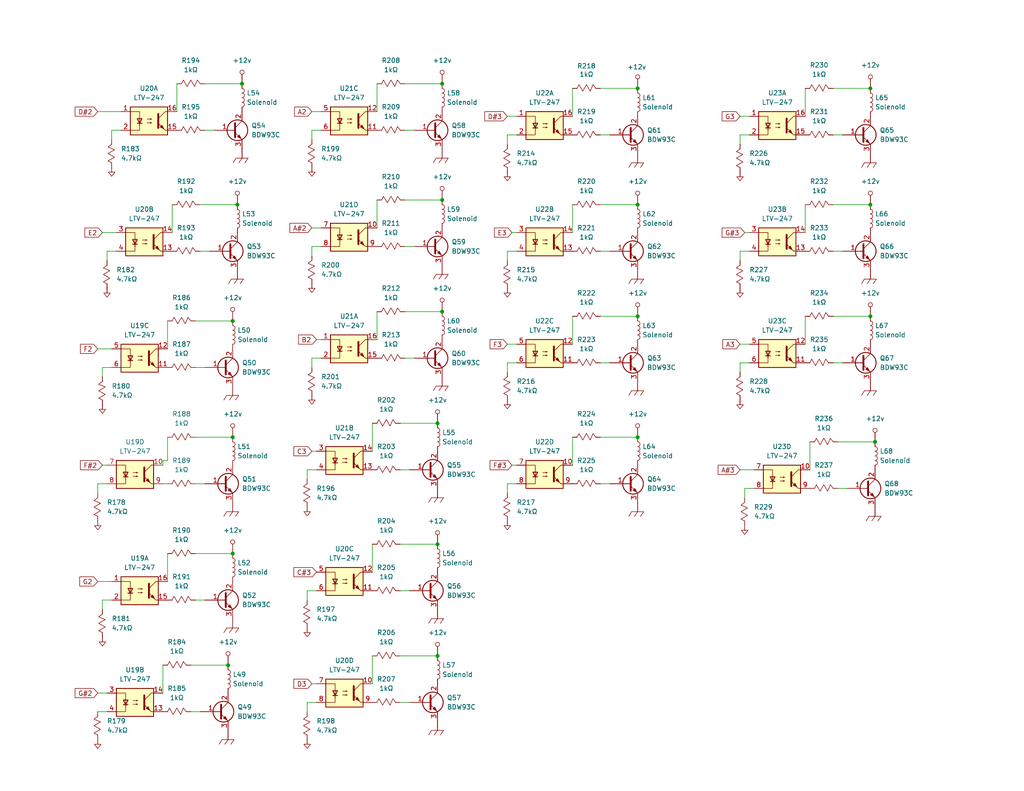
<source format=kicad_sch>
(kicad_sch (version 20231120) (generator "eeschema") (generator_version "8.0")
  (paper "A")
  (junction (at 237.49 24.13))
  (junction (at 119.38 179.07))
  (junction (at 63.5 119.38))
  (junction (at 237.49 55.88))
  (junction (at 119.38 115.57))
  (junction (at 119.38 148.59))
  (junction (at 238.76 120.65))
  (junction (at 173.99 119.38))
  (junction (at 237.49 86.36))
  (junction (at 62.23 181.61))
  (junction (at 63.5 151.13))
  (junction (at 66.04 22.86))
  (junction (at 120.65 54.61))
  (junction (at 173.99 86.36))
  (junction (at 120.65 85.09))
  (junction (at 173.99 24.13))
  (junction (at 120.65 22.86))
  (junction (at 64.77 55.88))
  (junction (at 173.99 55.88))
  (junction (at 63.5 87.63))
  (wire (pts (xy 204.47 99.06) (xy 201.93 99.06)))
  (wire (pts (xy 26.67 30.48) (xy 33.02 30.48)))
  (wire (pts (xy 227.33 99.06) (xy 229.87 99.06)))
  (wire (pts (xy 27.94 63.5) (xy 31.75 63.5)))
  (wire (pts (xy 203.2 133.35) (xy 203.2 135.89)))
  (wire (pts (xy 85.09 67.31) (xy 85.09 69.85)))
  (wire (pts (xy 156.21 55.88) (xy 156.21 63.5)))
  (wire (pts (xy 85.09 123.19) (xy 86.36 123.19)))
  (wire (pts (xy 204.47 36.83) (xy 201.93 36.83)))
  (wire (pts (xy 29.21 68.58) (xy 29.21 71.12)))
  (wire (pts (xy 138.43 68.58) (xy 138.43 71.12)))
  (wire (pts (xy 53.34 119.38) (xy 63.5 119.38)))
  (wire (pts (xy 205.74 133.35) (xy 203.2 133.35)))
  (wire (pts (xy 227.33 86.36) (xy 237.49 86.36)))
  (wire (pts (xy 204.47 68.58) (xy 201.93 68.58)))
  (wire (pts (xy 227.33 68.58) (xy 229.87 68.58)))
  (wire (pts (xy 85.09 35.56) (xy 85.09 38.1)))
  (wire (pts (xy 201.93 93.98) (xy 204.47 93.98)))
  (wire (pts (xy 138.43 99.06) (xy 138.43 101.6)))
  (wire (pts (xy 139.7 63.5) (xy 140.97 63.5)))
  (wire (pts (xy 219.71 55.88) (xy 219.71 63.5)))
  (wire (pts (xy 102.87 22.86) (xy 102.87 30.48)))
  (wire (pts (xy 219.71 86.36) (xy 219.71 93.98)))
  (wire (pts (xy 219.71 24.13) (xy 219.71 31.75)))
  (wire (pts (xy 163.83 86.36) (xy 173.99 86.36)))
  (wire (pts (xy 228.6 120.65) (xy 238.76 120.65)))
  (wire (pts (xy 110.49 85.09) (xy 120.65 85.09)))
  (wire (pts (xy 85.09 186.69) (xy 86.36 186.69)))
  (wire (pts (xy 102.87 54.61) (xy 102.87 62.23)))
  (wire (pts (xy 85.09 97.79) (xy 85.09 100.33)))
  (wire (pts (xy 140.97 36.83) (xy 138.43 36.83)))
  (wire (pts (xy 86.36 191.77) (xy 83.82 191.77)))
  (wire (pts (xy 55.88 22.86) (xy 66.04 22.86)))
  (wire (pts (xy 163.83 68.58) (xy 166.37 68.58)))
  (wire (pts (xy 29.21 132.08) (xy 26.67 132.08)))
  (wire (pts (xy 163.83 24.13) (xy 173.99 24.13)))
  (wire (pts (xy 53.34 100.33) (xy 55.88 100.33)))
  (wire (pts (xy 109.22 115.57) (xy 119.38 115.57)))
  (wire (pts (xy 110.49 35.56) (xy 113.03 35.56)))
  (wire (pts (xy 201.93 36.83) (xy 201.93 39.37)))
  (wire (pts (xy 163.83 132.08) (xy 166.37 132.08)))
  (wire (pts (xy 87.63 97.79) (xy 85.09 97.79)))
  (wire (pts (xy 45.72 151.13) (xy 45.72 158.75)))
  (wire (pts (xy 163.83 119.38) (xy 173.99 119.38)))
  (wire (pts (xy 27.94 127) (xy 29.21 127)))
  (wire (pts (xy 140.97 132.08) (xy 138.43 132.08)))
  (wire (pts (xy 109.22 148.59) (xy 119.38 148.59)))
  (wire (pts (xy 110.49 67.31) (xy 113.03 67.31)))
  (wire (pts (xy 102.87 85.09) (xy 102.87 92.71)))
  (wire (pts (xy 26.67 95.25) (xy 30.48 95.25)))
  (wire (pts (xy 163.83 99.06) (xy 166.37 99.06)))
  (wire (pts (xy 227.33 36.83) (xy 229.87 36.83)))
  (wire (pts (xy 156.21 86.36) (xy 156.21 93.98)))
  (wire (pts (xy 201.93 31.75) (xy 204.47 31.75)))
  (wire (pts (xy 86.36 161.29) (xy 83.82 161.29)))
  (wire (pts (xy 110.49 97.79) (xy 113.03 97.79)))
  (wire (pts (xy 44.45 132.08) (xy 45.72 132.08)))
  (wire (pts (xy 53.34 132.08) (xy 55.88 132.08)))
  (wire (pts (xy 26.67 158.75) (xy 30.48 158.75)))
  (wire (pts (xy 163.83 36.83) (xy 166.37 36.83)))
  (wire (pts (xy 54.61 68.58) (xy 57.15 68.58)))
  (wire (pts (xy 55.88 35.56) (xy 58.42 35.56)))
  (wire (pts (xy 227.33 55.88) (xy 237.49 55.88)))
  (wire (pts (xy 83.82 161.29) (xy 83.82 163.83)))
  (wire (pts (xy 138.43 132.08) (xy 138.43 134.62)))
  (wire (pts (xy 30.48 100.33) (xy 27.94 100.33)))
  (wire (pts (xy 138.43 36.83) (xy 138.43 39.37)))
  (wire (pts (xy 30.48 35.56) (xy 30.48 38.1)))
  (wire (pts (xy 48.26 22.86) (xy 48.26 30.48)))
  (wire (pts (xy 44.45 125.73) (xy 44.45 127)))
  (wire (pts (xy 156.21 24.13) (xy 156.21 31.75)))
  (wire (pts (xy 31.75 68.58) (xy 29.21 68.58)))
  (wire (pts (xy 85.09 62.23) (xy 87.63 62.23)))
  (wire (pts (xy 53.34 87.63) (xy 63.5 87.63)))
  (wire (pts (xy 109.22 161.29) (xy 111.76 161.29)))
  (wire (pts (xy 110.49 22.86) (xy 120.65 22.86)))
  (wire (pts (xy 109.22 128.27) (xy 111.76 128.27)))
  (wire (pts (xy 109.22 191.77) (xy 111.76 191.77)))
  (wire (pts (xy 85.09 30.48) (xy 87.63 30.48)))
  (wire (pts (xy 138.43 31.75) (xy 140.97 31.75)))
  (wire (pts (xy 140.97 99.06) (xy 138.43 99.06)))
  (wire (pts (xy 46.99 55.88) (xy 46.99 63.5)))
  (wire (pts (xy 201.93 68.58) (xy 201.93 71.12)))
  (wire (pts (xy 87.63 35.56) (xy 85.09 35.56)))
  (wire (pts (xy 52.07 194.31) (xy 54.61 194.31)))
  (wire (pts (xy 26.67 194.31) (xy 29.21 194.31)))
  (wire (pts (xy 54.61 55.88) (xy 64.77 55.88)))
  (wire (pts (xy 53.34 151.13) (xy 63.5 151.13)))
  (wire (pts (xy 163.83 55.88) (xy 173.99 55.88)))
  (wire (pts (xy 45.72 125.73) (xy 45.72 119.38)))
  (wire (pts (xy 33.02 35.56) (xy 30.48 35.56)))
  (wire (pts (xy 156.21 119.38) (xy 156.21 127)))
  (wire (pts (xy 26.67 189.23) (xy 29.21 189.23)))
  (wire (pts (xy 86.36 128.27) (xy 83.82 128.27)))
  (wire (pts (xy 27.94 163.83) (xy 27.94 166.37)))
  (wire (pts (xy 203.2 63.5) (xy 204.47 63.5)))
  (wire (pts (xy 139.7 127) (xy 140.97 127)))
  (wire (pts (xy 44.45 125.73) (xy 45.72 125.73)))
  (wire (pts (xy 110.49 54.61) (xy 120.65 54.61)))
  (wire (pts (xy 220.98 120.65) (xy 220.98 128.27)))
  (wire (pts (xy 86.36 92.71) (xy 87.63 92.71)))
  (wire (pts (xy 109.22 179.07) (xy 119.38 179.07)))
  (wire (pts (xy 45.72 87.63) (xy 45.72 95.25)))
  (wire (pts (xy 52.07 181.61) (xy 62.23 181.61)))
  (wire (pts (xy 83.82 191.77) (xy 83.82 194.31)))
  (wire (pts (xy 53.34 163.83) (xy 55.88 163.83)))
  (wire (pts (xy 140.97 68.58) (xy 138.43 68.58)))
  (wire (pts (xy 30.48 163.83) (xy 27.94 163.83)))
  (wire (pts (xy 201.93 128.27) (xy 205.74 128.27)))
  (wire (pts (xy 228.6 133.35) (xy 231.14 133.35)))
  (wire (pts (xy 27.94 100.33) (xy 27.94 102.87)))
  (wire (pts (xy 44.45 181.61) (xy 44.45 189.23)))
  (wire (pts (xy 101.6 179.07) (xy 101.6 186.69)))
  (wire (pts (xy 26.67 132.08) (xy 26.67 134.62)))
  (wire (pts (xy 227.33 24.13) (xy 237.49 24.13)))
  (wire (pts (xy 101.6 115.57) (xy 101.6 123.19)))
  (wire (pts (xy 138.43 93.98) (xy 140.97 93.98)))
  (wire (pts (xy 87.63 67.31) (xy 85.09 67.31)))
  (wire (pts (xy 201.93 99.06) (xy 201.93 101.6)))
  (wire (pts (xy 101.6 148.59) (xy 101.6 156.21)))
  (wire (pts (xy 83.82 128.27) (xy 83.82 130.81)))
  (global_label "E3" (shape input) (at 139.7 63.5 180) (property "Intersheetrefs" "${INTERSHEET_REFS}" (effects (hide yes))))
  (global_label "A#2" (shape input) (at 85.09 62.23 180) (property "Intersheetrefs" "${INTERSHEET_REFS}" (effects (hide yes))))
  (global_label "A3" (shape input) (at 201.93 93.98 180) (property "Intersheetrefs" "${INTERSHEET_REFS}" (effects (hide yes))))
  (global_label "G2" (shape input) (at 26.67 158.75 180) (property "Intersheetrefs" "${INTERSHEET_REFS}" (effects (hide yes))))
  (global_label "F#2" (shape input) (at 27.94 127 180) (property "Intersheetrefs" "${INTERSHEET_REFS}" (effects (hide yes))))
  (global_label "D#3" (shape input) (at 138.43 31.75 180) (property "Intersheetrefs" "${INTERSHEET_REFS}" (effects (hide yes))))
  (global_label "A#3" (shape input) (at 201.93 128.27 180) (property "Intersheetrefs" "${INTERSHEET_REFS}" (effects (hide yes))))
  (global_label "G#3" (shape input) (at 203.2 63.5 180) (property "Intersheetrefs" "${INTERSHEET_REFS}" (effects (hide yes))))
  (global_label "C3" (shape input) (at 85.09 123.19 180) (property "Intersheetrefs" "${INTERSHEET_REFS}" (effects (hide yes))))
  (global_label "F#3" (shape input) (at 139.7 127 180) (property "Intersheetrefs" "${INTERSHEET_REFS}" (effects (hide yes))))
  (global_label "D#2" (shape input) (at 26.67 30.48 180) (property "Intersheetrefs" "${INTERSHEET_REFS}" (effects (hide yes))))
  (global_label "E2" (shape input) (at 27.94 63.5 180) (property "Intersheetrefs" "${INTERSHEET_REFS}" (effects (hide yes))))
  (global_label "G3" (shape input) (at 201.93 31.75 180) (property "Intersheetrefs" "${INTERSHEET_REFS}" (effects (hide yes))))
  (global_label "A2" (shape input) (at 85.09 30.48 180) (property "Intersheetrefs" "${INTERSHEET_REFS}" (effects (hide yes))))
  (global_label "D3" (shape input) (at 85.09 186.69 180) (property "Intersheetrefs" "${INTERSHEET_REFS}" (effects (hide yes))))
  (global_label "G#2" (shape input) (at 26.67 189.23 180) (property "Intersheetrefs" "${INTERSHEET_REFS}" (effects (hide yes))))
  (global_label "F2" (shape input) (at 26.67 95.25 180) (property "Intersheetrefs" "${INTERSHEET_REFS}" (effects (hide yes))))
  (global_label "F3" (shape input) (at 138.43 93.98 180) (property "Intersheetrefs" "${INTERSHEET_REFS}" (effects (hide yes))))
  (global_label "C#3" (shape input) (at 86.36 156.21 180) (property "Intersheetrefs" "${INTERSHEET_REFS}" (effects (hide yes))))
  (global_label "B2" (shape input) (at 86.36 92.71 180) (property "Intersheetrefs" "${INTERSHEET_REFS}" (effects (hide yes))))
  (symbol (lib_id "Custom Symbols:Resistor_Mod") (at 106.68 54.61 0) (unit 1)
    (property "Reference" "R210" (at 106.68 48.26 0))
    (property "Value" "1kΩ" (at 106.68 50.8 0))
    (property "Footprint" "Resistor_SMD:R_0805_2012Metric_Pad1.20x1.40mm_HandSolder" (effects (hide yes)))
  )
  (symbol (lib_id "Custom Symbols:Resistor_Mod") (at 160.02 132.08 0) (unit 1)
    (property "Reference" "R225" (at 160.02 125.73 0))
    (property "Value" "1kΩ" (at 160.02 128.27 0))
    (property "Footprint" "Resistor_SMD:R_0805_2012Metric_Pad1.20x1.40mm_HandSolder" (effects (hide yes)))
  )
  (symbol (lib_id "Custom Symbols:Resistor_Mod") (at 49.53 132.08 0) (unit 1)
    (property "Reference" "R189" (at 49.53 125.73 0))
    (property "Value" "1kΩ" (at 49.53 128.27 0))
    (property "Footprint" "Resistor_SMD:R_0805_2012Metric_Pad1.20x1.40mm_HandSolder" (effects (hide yes)))
  )
  (symbol (lib_id "Custom Power:GND") (at 138.43 46.99 0) (unit 1) (in_bom no) (on_board no)
    (property "Reference" "#PWR0246" (effects (hide yes)))
    (property "Value" "GND" (effects (hide yes)))
  )
  (symbol (lib_id "Device:L") (at 237.49 27.94 0) (unit 1)
    (property "Reference" "L65" (at 238.76 26.6699 0) (effects (justify left)))
    (property "Value" "Solenoid" (at 238.76 29.2099 0) (effects (justify left)))
    (property "Description" "Inductor" (effects (hide yes)))
  )
  (symbol (lib_id "Custom Symbols:Resistor_Mod") (at 50.8 68.58 0) (unit 1)
    (property "Reference" "R193" (at 50.8 62.23 0))
    (property "Value" "1kΩ" (at 50.8 64.77 0))
    (property "Footprint" "Resistor_SMD:R_0805_2012Metric_Pad1.20x1.40mm_HandSolder" (effects (hide yes)))
  )
  (symbol (lib_id "Device:Q_NPN_BCE") (at 234.95 36.83 0) (unit 1)
    (property "Reference" "Q65" (at 240.03 35.5599 0) (effects (justify left)))
    (property "Value" "BDW93C" (at 240.03 38.0999 0) (effects (justify left)))
    (property "Footprint" "Package_TO_SOT_THT:TO-220-3_Vertical" (effects (hide yes)))
    (property "Description" "NPN transistor, base/collector/emitter" (effects (hide yes)))
  )
  (symbol (lib_id "Custom Power:Chassis_GND") (at 62.23 199.39 0) (unit 1) (in_bom no) (on_board no)
    (property "Reference" "#PWR0217" (effects (hide yes)))
    (property "Value" "Chassis_GND" (effects (hide yes)))
  )
  (symbol (lib_id "Device:Q_NPN_BCE") (at 171.45 36.83 0) (unit 1)
    (property "Reference" "Q61" (at 176.53 35.5599 0) (effects (justify left)))
    (property "Value" "BDW93C" (at 176.53 38.0999 0) (effects (justify left)))
    (property "Footprint" "Package_TO_SOT_THT:TO-220-3_Vertical" (effects (hide yes)))
    (property "Description" "NPN transistor, base/collector/emitter" (effects (hide yes)))
  )
  (symbol (lib_id "Device:Q_NPN_BCE") (at 60.96 163.83 0) (unit 1)
    (property "Reference" "Q52" (at 66.04 162.5599 0) (effects (justify left)))
    (property "Value" "BDW93C" (at 66.04 165.0999 0) (effects (justify left)))
    (property "Footprint" "Package_TO_SOT_THT:TO-220-3_Vertical" (effects (hide yes)))
    (property "Description" "NPN transistor, base/collector/emitter" (effects (hide yes)))
  )
  (symbol (lib_id "Device:Q_NPN_BCE") (at 116.84 161.29 0) (unit 1)
    (property "Reference" "Q56" (at 121.92 160.0199 0) (effects (justify left)))
    (property "Value" "BDW93C" (at 121.92 162.5599 0) (effects (justify left)))
    (property "Footprint" "Package_TO_SOT_THT:TO-220-3_Vertical" (effects (hide yes)))
    (property "Description" "NPN transistor, base/collector/emitter" (effects (hide yes)))
  )
  (symbol (lib_id "Custom Power:+12v") (at 119.38 177.8 0) (unit 1) (in_bom no) (on_board no)
    (property "Reference" "#PWR0238" (effects (hide yes)))
    (property "Value" "+12v" (at 119.38 172.72 0))
  )
  (symbol (lib_id "Custom Power:Chassis_GND") (at 119.38 133.35 0) (unit 1) (in_bom no) (on_board no)
    (property "Reference" "#PWR0235" (effects (hide yes)))
    (property "Value" "Chassis_GND" (effects (hide yes)))
  )
  (symbol (lib_id "Custom Symbols:Resistor_Mod") (at 160.02 36.83 0) (unit 1)
    (property "Reference" "R219" (at 160.02 30.48 0))
    (property "Value" "1kΩ" (at 160.02 33.02 0))
    (property "Footprint" "Resistor_SMD:R_0805_2012Metric_Pad1.20x1.40mm_HandSolder" (effects (hide yes)))
  )
  (symbol (lib_id "Custom Power:Chassis_GND") (at 237.49 41.91 0) (unit 1) (in_bom no) (on_board no)
    (property "Reference" "#PWR0263" (effects (hide yes)))
    (property "Value" "Chassis_GND" (effects (hide yes)))
  )
  (symbol (lib_id "Custom Symbols:Resistor_Mod") (at 106.68 85.09 0) (unit 1)
    (property "Reference" "R212" (at 106.68 78.74 0))
    (property "Value" "1kΩ" (at 106.68 81.28 0))
    (property "Footprint" "Resistor_SMD:R_0805_2012Metric_Pad1.20x1.40mm_HandSolder" (effects (hide yes)))
  )
  (symbol (lib_id "Owen's Symbols:Resistor_Mod") (at 83.82 134.62 90) (unit 1)
    (property "Reference" "R196" (at 86.36 133.3499 90) (effects (justify right)))
    (property "Value" "4.7kΩ" (at 86.36 135.8899 90) (effects (justify right)))
    (property "Footprint" "Resistor_SMD:R_0805_2012Metric_Pad1.20x1.40mm_HandSolder" (effects (hide yes)))
  )
  (symbol (lib_id "Custom Power:GND") (at 203.2 143.51 0) (unit 1) (in_bom no) (on_board no)
    (property "Reference" "#PWR0261" (effects (hide yes)))
    (property "Value" "GND" (effects (hide yes)))
  )
  (symbol (lib_id "Device:L") (at 120.65 26.67 0) (unit 1)
    (property "Reference" "L58" (at 121.92 25.3999 0) (effects (justify left)))
    (property "Value" "Solenoid" (at 121.92 27.9399 0) (effects (justify left)))
    (property "Description" "Inductor" (effects (hide yes)))
  )
  (symbol (lib_id "Custom Power:Chassis_GND") (at 119.38 196.85 0) (unit 1) (in_bom no) (on_board no)
    (property "Reference" "#PWR0239" (effects (hide yes)))
    (property "Value" "Chassis_GND" (effects (hide yes)))
  )
  (symbol (lib_id "Isolator:LTV-247") (at 95.25 64.77 0) (unit 4)
    (property "Reference" "U21" (at 95.25 55.88 0))
    (property "Value" "LTV-247" (at 95.25 58.42 0))
    (property "Footprint" "Package_SO:SOP-16_4.4x10.4mm_P1.27mm" (effects (hide yes)))
    (property "Datasheet" "http://optoelectronics.liteon.com/upload/download/DS70-2009-0014/LTV-2X7%20sereis%20Mar17.PDF" (effects (hide yes)))
    (property "Description" "DC Quad Optocoupler, Vce 80V, CTR 100-600%, SOP-16" (effects (hide yes)))
  )
  (symbol (lib_id "Owen's Symbols:Resistor_Mod") (at 27.94 170.18 90) (unit 1)
    (property "Reference" "R181" (at 30.48 168.9099 90) (effects (justify right)))
    (property "Value" "4.7kΩ" (at 30.48 171.4499 90) (effects (justify right)))
    (property "Footprint" "Resistor_SMD:R_0805_2012Metric_Pad1.20x1.40mm_HandSolder" (effects (hide yes)))
  )
  (symbol (lib_id "Custom Power:Chassis_GND") (at 63.5 137.16 0) (unit 1) (in_bom no) (on_board no)
    (property "Reference" "#PWR0221" (effects (hide yes)))
    (property "Value" "Chassis_GND" (effects (hide yes)))
  )
  (symbol (lib_id "Device:Q_NPN_BCE") (at 62.23 68.58 0) (unit 1)
    (property "Reference" "Q53" (at 67.31 67.3099 0) (effects (justify left)))
    (property "Value" "BDW93C" (at 67.31 69.8499 0) (effects (justify left)))
    (property "Footprint" "Package_TO_SOT_THT:TO-220-3_Vertical" (effects (hide yes)))
    (property "Description" "NPN transistor, base/collector/emitter" (effects (hide yes)))
  )
  (symbol (lib_id "Custom Symbols:Resistor_Mod") (at 105.41 115.57 0) (unit 1)
    (property "Reference" "R202" (at 105.41 109.22 0))
    (property "Value" "1kΩ" (at 105.41 111.76 0))
    (property "Footprint" "Resistor_SMD:R_0805_2012Metric_Pad1.20x1.40mm_HandSolder" (effects (hide yes)))
  )
  (symbol (lib_id "Device:Q_NPN_BCE") (at 63.5 35.56 0) (unit 1)
    (property "Reference" "Q54" (at 68.58 34.2899 0) (effects (justify left)))
    (property "Value" "BDW93C" (at 68.58 36.8299 0) (effects (justify left)))
    (property "Footprint" "Package_TO_SOT_THT:TO-220-3_Vertical" (effects (hide yes)))
    (property "Description" "NPN transistor, base/collector/emitter" (effects (hide yes)))
  )
  (symbol (lib_id "Custom Symbols:Resistor_Mod") (at 160.02 24.13 0) (unit 1)
    (property "Reference" "R218" (at 160.02 18.034 0))
    (property "Value" "1kΩ" (at 160.02 20.32 0))
    (property "Footprint" "Resistor_SMD:R_0805_2012Metric_Pad1.20x1.40mm_HandSolder" (effects (hide yes)))
  )
  (symbol (lib_id "Device:L") (at 119.38 119.38 0) (unit 1)
    (property "Reference" "L55" (at 120.65 118.1099 0) (effects (justify left)))
    (property "Value" "Solenoid" (at 120.65 120.6499 0) (effects (justify left)))
    (property "Description" "Inductor" (effects (hide yes)))
  )
  (symbol (lib_id "Owen's Symbols:Resistor_Mod") (at 85.09 73.66 90) (unit 1)
    (property "Reference" "R200" (at 87.63 72.3899 90) (effects (justify right)))
    (property "Value" "4.7kΩ" (at 87.63 74.9299 90) (effects (justify right)))
    (property "Footprint" "Resistor_SMD:R_0805_2012Metric_Pad1.20x1.40mm_HandSolder" (effects (hide yes)))
  )
  (symbol (lib_id "Owen's Symbols:Resistor_Mod") (at 138.43 74.93 90) (unit 1)
    (property "Reference" "R215" (at 140.97 73.6599 90) (effects (justify right)))
    (property "Value" "4.7kΩ" (at 140.97 76.1999 90) (effects (justify right)))
    (property "Footprint" "Resistor_SMD:R_0805_2012Metric_Pad1.20x1.40mm_HandSolder" (effects (hide yes)))
  )
  (symbol (lib_id "Custom Power:+12v") (at 173.99 118.11 0) (unit 1) (in_bom no) (on_board no)
    (property "Reference" "#PWR0256" (effects (hide yes)))
    (property "Value" "+12v" (at 173.99 113.03 0))
  )
  (symbol (lib_id "Custom Symbols:Resistor_Mod") (at 106.68 97.79 0) (unit 1)
    (property "Reference" "R213" (at 106.68 91.44 0))
    (property "Value" "1kΩ" (at 106.68 93.98 0))
    (property "Footprint" "Resistor_SMD:R_0805_2012Metric_Pad1.20x1.40mm_HandSolder" (effects (hide yes)))
  )
  (symbol (lib_id "Owen's Symbols:Resistor_Mod") (at 201.93 74.93 90) (unit 1)
    (property "Reference" "R227" (at 204.47 73.6599 90) (effects (justify right)))
    (property "Value" "4.7kΩ" (at 204.47 76.1999 90) (effects (justify right)))
    (property "Footprint" "Resistor_SMD:R_0805_2012Metric_Pad1.20x1.40mm_HandSolder" (effects (hide yes)))
  )
  (symbol (lib_id "Isolator:LTV-247") (at 148.59 66.04 0) (unit 2)
    (property "Reference" "U22" (at 148.59 57.15 0))
    (property "Value" "LTV-247" (at 148.59 59.69 0))
    (property "Footprint" "Package_SO:SOP-16_4.4x10.4mm_P1.27mm" (effects (hide yes)))
    (property "Datasheet" "http://optoelectronics.liteon.com/upload/download/DS70-2009-0014/LTV-2X7%20sereis%20Mar17.PDF" (effects (hide yes)))
    (property "Description" "DC Quad Optocoupler, Vce 80V, CTR 100-600%, SOP-16" (effects (hide yes)))
  )
  (symbol (lib_id "Custom Power:+12v") (at 63.5 149.86 0) (unit 1) (in_bom no) (on_board no)
    (property "Reference" "#PWR0222" (effects (hide yes)))
    (property "Value" "+12v" (at 63.5 144.78 0))
  )
  (symbol (lib_id "Custom Symbols:Resistor_Mod") (at 105.41 128.27 0) (unit 1)
    (property "Reference" "R203" (at 105.41 121.92 0))
    (property "Value" "1kΩ" (at 105.41 124.46 0))
    (property "Footprint" "Resistor_SMD:R_0805_2012Metric_Pad1.20x1.40mm_HandSolder" (effects (hide yes)))
  )
  (symbol (lib_id "Owen's Symbols:Resistor_Mod") (at 83.82 167.64 90) (unit 1)
    (property "Reference" "R197" (at 86.36 166.3699 90) (effects (justify right)))
    (property "Value" "4.7kΩ" (at 86.36 168.9099 90) (effects (justify right)))
    (property "Footprint" "Resistor_SMD:R_0805_2012Metric_Pad1.20x1.40mm_HandSolder" (effects (hide yes)))
  )
  (symbol (lib_id "Custom Power:Chassis_GND") (at 66.04 40.64 0) (unit 1) (in_bom no) (on_board no)
    (property "Reference" "#PWR0227" (effects (hide yes)))
    (property "Value" "Chassis_GND" (effects (hide yes)))
  )
  (symbol (lib_id "Device:L") (at 62.23 185.42 0) (unit 1)
    (property "Reference" "L49" (at 63.5 184.1499 0) (effects (justify left)))
    (property "Value" "Solenoid" (at 63.5 186.6899 0) (effects (justify left)))
    (property "Description" "Inductor" (effects (hide yes)))
  )
  (symbol (lib_id "Custom Power:+12v") (at 173.99 22.86 0) (unit 1) (in_bom no) (on_board no)
    (property "Reference" "#PWR0250" (effects (hide yes)))
    (property "Value" "+12v" (at 173.736 18.288 0))
  )
  (symbol (lib_id "Custom Power:Chassis_GND") (at 64.77 73.66 0) (unit 1) (in_bom no) (on_board no)
    (property "Reference" "#PWR0225" (effects (hide yes)))
    (property "Value" "Chassis_GND" (effects (hide yes)))
  )
  (symbol (lib_id "Custom Symbols:Resistor_Mod") (at 105.41 191.77 0) (unit 1)
    (property "Reference" "R207" (at 105.41 185.42 0))
    (property "Value" "1kΩ" (at 105.41 187.96 0))
    (property "Footprint" "Resistor_SMD:R_0805_2012Metric_Pad1.20x1.40mm_HandSolder" (effects (hide yes)))
  )
  (symbol (lib_id "Custom Power:+12v") (at 119.38 114.3 0) (unit 1) (in_bom no) (on_board no)
    (property "Reference" "#PWR0234" (effects (hide yes)))
    (property "Value" "+12v" (at 119.38 109.22 0))
  )
  (symbol (lib_id "Custom Power:+12v") (at 120.65 21.59 0) (unit 1) (in_bom no) (on_board no)
    (property "Reference" "#PWR0240" (effects (hide yes)))
    (property "Value" "+12v" (at 120.65 16.51 0))
  )
  (symbol (lib_id "Custom Power:GND") (at 27.94 110.49 0) (unit 1) (in_bom no) (on_board no)
    (property "Reference" "#PWR0212" (effects (hide yes)))
    (property "Value" "GND" (effects (hide yes)))
  )
  (symbol (lib_id "Custom Symbols:Resistor_Mod") (at 49.53 100.33 0) (unit 1)
    (property "Reference" "R187" (at 49.53 93.98 0))
    (property "Value" "1kΩ" (at 49.53 96.52 0))
    (property "Footprint" "Resistor_SMD:R_0805_2012Metric_Pad1.20x1.40mm_HandSolder" (effects (hide yes)))
  )
  (symbol (lib_id "Device:L") (at 237.49 59.69 0) (unit 1)
    (property "Reference" "L66" (at 238.76 58.4199 0) (effects (justify left)))
    (property "Value" "Solenoid" (at 238.76 60.9599 0) (effects (justify left)))
    (property "Description" "Inductor" (effects (hide yes)))
  )
  (symbol (lib_id "Custom Symbols:Resistor_Mod") (at 160.02 68.58 0) (unit 1)
    (property "Reference" "R221" (at 160.02 62.23 0))
    (property "Value" "1kΩ" (at 160.02 64.77 0))
    (property "Footprint" "Resistor_SMD:R_0805_2012Metric_Pad1.20x1.40mm_HandSolder" (effects (hide yes)))
  )
  (symbol (lib_id "Custom Power:+12v") (at 63.5 86.36 0) (unit 1) (in_bom no) (on_board no)
    (property "Reference" "#PWR0218" (effects (hide yes)))
    (property "Value" "+12v" (at 63.5 81.28 0))
  )
  (symbol (lib_id "Device:L") (at 238.76 124.46 0) (unit 1)
    (property "Reference" "L68" (at 240.03 123.1899 0) (effects (justify left)))
    (property "Value" "Solenoid" (at 240.03 125.7299 0) (effects (justify left)))
    (property "Description" "Inductor" (effects (hide yes)))
  )
  (symbol (lib_id "Isolator:LTV-247") (at 93.98 189.23 0) (unit 4)
    (property "Reference" "U20" (at 93.98 180.34 0))
    (property "Value" "LTV-247" (at 93.98 182.88 0))
    (property "Footprint" "Package_SO:SOP-16_4.4x10.4mm_P1.27mm" (effects (hide yes)))
    (property "Datasheet" "http://optoelectronics.liteon.com/upload/download/DS70-2009-0014/LTV-2X7%20sereis%20Mar17.PDF" (effects (hide yes)))
    (property "Description" "DC Quad Optocoupler, Vce 80V, CTR 100-600%, SOP-16" (effects (hide yes)))
  )
  (symbol (lib_id "Owen's Symbols:Resistor_Mod") (at 27.94 106.68 90) (unit 1)
    (property "Reference" "R180" (at 30.48 105.4099 90) (effects (justify right)))
    (property "Value" "4.7kΩ" (at 30.48 107.9499 90) (effects (justify right)))
    (property "Footprint" "Resistor_SMD:R_0805_2012Metric_Pad1.20x1.40mm_HandSolder" (effects (hide yes)))
  )
  (symbol (lib_id "Device:L") (at 63.5 154.94 0) (unit 1)
    (property "Reference" "L52" (at 64.77 153.6699 0) (effects (justify left)))
    (property "Value" "Solenoid" (at 64.77 156.2099 0) (effects (justify left)))
    (property "Description" "Inductor" (effects (hide yes)))
  )
  (symbol (lib_id "Custom Symbols:Resistor_Mod") (at 106.68 22.86 0) (unit 1)
    (property "Reference" "R208" (at 106.68 16.51 0))
    (property "Value" "1kΩ" (at 106.68 19.05 0))
    (property "Footprint" "Resistor_SMD:R_0805_2012Metric_Pad1.20x1.40mm_HandSolder" (effects (hide yes)))
  )
  (symbol (lib_id "Custom Power:+12v") (at 238.76 119.38 0) (unit 1) (in_bom no) (on_board no)
    (property "Reference" "#PWR0268" (effects (hide yes)))
    (property "Value" "+12v" (at 238.76 114.3 0))
  )
  (symbol (lib_id "Custom Symbols:Resistor_Mod") (at 105.41 148.59 0) (unit 1)
    (property "Reference" "R204" (at 105.41 142.24 0))
    (property "Value" "1kΩ" (at 105.41 144.78 0))
    (property "Footprint" "Resistor_SMD:R_0805_2012Metric_Pad1.20x1.40mm_HandSolder" (effects (hide yes)))
  )
  (symbol (lib_id "Owen's Symbols:Resistor_Mod") (at 138.43 138.43 90) (unit 1)
    (property "Reference" "R217" (at 140.97 137.1599 90) (effects (justify right)))
    (property "Value" "4.7kΩ" (at 140.97 139.6999 90) (effects (justify right)))
    (property "Footprint" "Resistor_SMD:R_0805_2012Metric_Pad1.20x1.40mm_HandSolder" (effects (hide yes)))
  )
  (symbol (lib_id "Isolator:LTV-247") (at 148.59 34.29 0) (unit 1)
    (property "Reference" "U22" (at 148.59 25.4 0))
    (property "Value" "LTV-247" (at 148.59 27.94 0))
    (property "Footprint" "Package_SO:SOP-16_4.4x10.4mm_P1.27mm" (effects (hide yes)))
    (property "Datasheet" "http://optoelectronics.liteon.com/upload/download/DS70-2009-0014/LTV-2X7%20sereis%20Mar17.PDF" (effects (hide yes)))
    (property "Description" "DC Quad Optocoupler, Vce 80V, CTR 100-600%, SOP-16" (effects (hide yes)))
  )
  (symbol (lib_id "Custom Power:GND") (at 27.94 173.99 0) (unit 1) (in_bom no) (on_board no)
    (property "Reference" "#PWR0213" (effects (hide yes)))
    (property "Value" "GND" (effects (hide yes)))
  )
  (symbol (lib_id "Isolator:LTV-247") (at 36.83 129.54 0) (unit 4)
    (property "Reference" "U19" (at 36.83 120.65 0))
    (property "Value" "LTV-247" (at 36.83 123.19 0))
    (property "Footprint" "Package_SO:SOP-16_4.4x10.4mm_P1.27mm" (effects (hide yes)))
    (property "Datasheet" "http://optoelectronics.liteon.com/upload/download/DS70-2009-0014/LTV-2X7%20sereis%20Mar17.PDF" (effects (hide yes)))
    (property "Description" "DC Quad Optocoupler, Vce 80V, CTR 100-600%, SOP-16" (effects (hide yes)))
  )
  (symbol (lib_id "Device:L") (at 63.5 91.44 0) (unit 1)
    (property "Reference" "L50" (at 64.77 90.1699 0) (effects (justify left)))
    (property "Value" "Solenoid" (at 64.77 92.7099 0) (effects (justify left)))
    (property "Description" "Inductor" (effects (hide yes)))
  )
  (symbol (lib_id "Custom Power:Chassis_GND") (at 63.5 105.41 0) (unit 1) (in_bom no) (on_board no)
    (property "Reference" "#PWR0219" (effects (hide yes)))
    (property "Value" "Chassis_GND" (effects (hide yes)))
  )
  (symbol (lib_id "Device:L") (at 119.38 152.4 0) (unit 1)
    (property "Reference" "L56" (at 120.65 151.1299 0) (effects (justify left)))
    (property "Value" "Solenoid" (at 120.65 153.6699 0) (effects (justify left)))
    (property "Description" "Inductor" (effects (hide yes)))
  )
  (symbol (lib_id "Custom Power:GND") (at 83.82 201.93 0) (unit 1) (in_bom no) (on_board no)
    (property "Reference" "#PWR0230" (effects (hide yes)))
    (property "Value" "GND" (effects (hide yes)))
  )
  (symbol (lib_id "Custom Symbols:Resistor_Mod") (at 106.68 35.56 0) (unit 1)
    (property "Reference" "R209" (at 106.68 29.21 0))
    (property "Value" "1kΩ" (at 106.68 31.75 0))
    (property "Footprint" "Resistor_SMD:R_0805_2012Metric_Pad1.20x1.40mm_HandSolder" (effects (hide yes)))
  )
  (symbol (lib_id "Custom Power:Chassis_GND") (at 120.65 102.87 0) (unit 1) (in_bom no) (on_board no)
    (property "Reference" "#PWR0245" (effects (hide yes)))
    (property "Value" "Chassis_GND" (effects (hide yes)))
  )
  (symbol (lib_id "Isolator:LTV-247") (at 38.1 97.79 0) (unit 3)
    (property "Reference" "U19" (at 38.1 88.9 0))
    (property "Value" "LTV-247" (at 38.1 91.44 0))
    (property "Footprint" "Package_SO:SOP-16_4.4x10.4mm_P1.27mm" (effects (hide yes)))
    (property "Datasheet" "http://optoelectronics.liteon.com/upload/download/DS70-2009-0014/LTV-2X7%20sereis%20Mar17.PDF" (effects (hide yes)))
    (property "Description" "DC Quad Optocoupler, Vce 80V, CTR 100-600%, SOP-16" (effects (hide yes)))
  )
  (symbol (lib_id "Isolator:LTV-247") (at 93.98 158.75 0) (unit 3)
    (property "Reference" "U20" (at 93.98 149.86 0))
    (property "Value" "LTV-247" (at 93.98 152.4 0))
    (property "Footprint" "Package_SO:SOP-16_4.4x10.4mm_P1.27mm" (effects (hide yes)))
    (property "Datasheet" "http://optoelectronics.liteon.com/upload/download/DS70-2009-0014/LTV-2X7%20sereis%20Mar17.PDF" (effects (hide yes)))
    (property "Description" "DC Quad Optocoupler, Vce 80V, CTR 100-600%, SOP-16" (effects (hide yes)))
  )
  (symbol (lib_id "Device:Q_NPN_BCE") (at 118.11 97.79 0) (unit 1)
    (property "Reference" "Q60" (at 123.19 96.5199 0) (effects (justify left)))
    (property "Value" "BDW93C" (at 123.19 99.0599 0) (effects (justify left)))
    (property "Footprint" "Package_TO_SOT_THT:TO-220-3_Vertical" (effects (hide yes)))
    (property "Description" "NPN transistor, base/collector/emitter" (effects (hide yes)))
  )
  (symbol (lib_id "Custom Symbols:Resistor_Mod") (at 160.02 119.38 0) (unit 1)
    (property "Reference" "R224" (at 160.02 113.03 0))
    (property "Value" "1kΩ" (at 160.02 115.57 0))
    (property "Footprint" "Resistor_SMD:R_0805_2012Metric_Pad1.20x1.40mm_HandSolder" (effects (hide yes)))
  )
  (symbol (lib_id "Custom Power:GND") (at 138.43 78.74 0) (unit 1) (in_bom no) (on_board no)
    (property "Reference" "#PWR0247" (effects (hide yes)))
    (property "Value" "GND" (effects (hide yes)))
  )
  (symbol (lib_id "Custom Power:+12v") (at 120.65 83.82 0) (unit 1) (in_bom no) (on_board no)
    (property "Reference" "#PWR0244" (effects (hide yes)))
    (property "Value" "+12v" (at 120.65 78.74 0))
  )
  (symbol (lib_id "Owen's Symbols:Resistor_Mod") (at 138.43 43.18 90) (unit 1)
    (property "Reference" "R214" (at 140.97 41.9099 90) (effects (justify right)))
    (property "Value" "4.7kΩ" (at 140.97 44.4499 90) (effects (justify right)))
    (property "Footprint" "Resistor_SMD:R_0805_2012Metric_Pad1.20x1.40mm_HandSolder" (effects (hide yes)))
  )
  (symbol (lib_id "Device:Q_NPN_BCE") (at 171.45 68.58 0) (unit 1)
    (property "Reference" "Q62" (at 176.53 67.3099 0) (effects (justify left)))
    (property "Value" "BDW93C" (at 176.53 69.8499 0) (effects (justify left)))
    (property "Footprint" "Package_TO_SOT_THT:TO-220-3_Vertical" (effects (hide yes)))
    (property "Description" "NPN transistor, base/collector/emitter" (effects (hide yes)))
  )
  (symbol (lib_id "Custom Power:Chassis_GND") (at 238.76 138.43 0) (unit 1) (in_bom no) (on_board no)
    (property "Reference" "#PWR0269" (effects (hide yes)))
    (property "Value" "Chassis_GND" (effects (hide yes)))
  )
  (symbol (lib_id "Isolator:LTV-247") (at 212.09 96.52 0) (unit 3)
    (property "Reference" "U23" (at 212.09 87.63 0))
    (property "Value" "LTV-247" (at 212.09 90.17 0))
    (property "Footprint" "Package_SO:SOP-16_4.4x10.4mm_P1.27mm" (effects (hide yes)))
    (property "Datasheet" "http://optoelectronics.liteon.com/upload/download/DS70-2009-0014/LTV-2X7%20sereis%20Mar17.PDF" (effects (hide yes)))
    (property "Description" "DC Quad Optocoupler, Vce 80V, CTR 100-600%, SOP-16" (effects (hide yes)))
  )
  (symbol (lib_id "Custom Power:GND") (at 85.09 45.72 0) (unit 1) (in_bom no) (on_board no)
    (property "Reference" "#PWR0231" (effects (hide yes)))
    (property "Value" "GND" (effects (hide yes)))
  )
  (symbol (lib_id "Custom Symbols:Resistor_Mod") (at 223.52 86.36 0) (unit 1)
    (property "Reference" "R234" (at 223.52 80.01 0))
    (property "Value" "1kΩ" (at 223.52 82.55 0))
    (property "Footprint" "Resistor_SMD:R_0805_2012Metric_Pad1.20x1.40mm_HandSolder" (effects (hide yes)))
  )
  (symbol (lib_id "Device:Q_NPN_BCE") (at 234.95 99.06 0) (unit 1)
    (property "Reference" "Q67" (at 240.03 97.7899 0) (effects (justify left)))
    (property "Value" "BDW93C" (at 240.03 100.3299 0) (effects (justify left)))
    (property "Footprint" "Package_TO_SOT_THT:TO-220-3_Vertical" (effects (hide yes)))
    (property "Description" "NPN transistor, base/collector/emitter" (effects (hide yes)))
  )
  (symbol (lib_id "Device:L") (at 173.99 90.17 0) (unit 1)
    (property "Reference" "L63" (at 175.26 88.8999 0) (effects (justify left)))
    (property "Value" "Solenoid" (at 175.26 91.4399 0) (effects (justify left)))
    (property "Description" "Inductor" (effects (hide yes)))
  )
  (symbol (lib_id "Owen's Symbols:Resistor_Mod") (at 26.67 138.43 90) (unit 1)
    (property "Reference" "R178" (at 29.21 137.1599 90) (effects (justify right)))
    (property "Value" "4.7kΩ" (at 29.21 139.6999 90) (effects (justify right)))
    (property "Footprint" "Resistor_SMD:R_0805_2012Metric_Pad1.20x1.40mm_HandSolder" (effects (hide yes)))
  )
  (symbol (lib_id "Custom Symbols:Resistor_Mod") (at 105.41 179.07 0) (unit 1)
    (property "Reference" "R206" (at 105.41 172.72 0))
    (property "Value" "1kΩ" (at 105.41 175.26 0))
    (property "Footprint" "Resistor_SMD:R_0805_2012Metric_Pad1.20x1.40mm_HandSolder" (effects (hide yes)))
  )
  (symbol (lib_id "Isolator:LTV-247") (at 39.37 66.04 0) (unit 2)
    (property "Reference" "U20" (at 39.37 57.15 0))
    (property "Value" "LTV-247" (at 39.37 59.69 0))
    (property "Footprint" "Package_SO:SOP-16_4.4x10.4mm_P1.27mm" (effects (hide yes)))
    (property "Datasheet" "http://optoelectronics.liteon.com/upload/download/DS70-2009-0014/LTV-2X7%20sereis%20Mar17.PDF" (effects (hide yes)))
    (property "Description" "DC Quad Optocoupler, Vce 80V, CTR 100-600%, SOP-16" (effects (hide yes)))
  )
  (symbol (lib_id "Custom Power:+12v") (at 173.99 85.09 0) (unit 1) (in_bom no) (on_board no)
    (property "Reference" "#PWR0254" (effects (hide yes)))
    (property "Value" "+12v" (at 173.99 80.01 0))
  )
  (symbol (lib_id "Custom Symbols:Resistor_Mod") (at 48.26 194.31 0) (unit 1)
    (property "Reference" "R185" (at 48.26 187.96 0))
    (property "Value" "1kΩ" (at 48.26 190.5 0))
    (property "Footprint" "Resistor_SMD:R_0805_2012Metric_Pad1.20x1.40mm_HandSolder" (effects (hide yes)))
  )
  (symbol (lib_id "Isolator:LTV-247") (at 148.59 129.54 0) (unit 4)
    (property "Reference" "U22" (at 148.59 120.65 0))
    (property "Value" "LTV-247" (at 148.59 123.19 0))
    (property "Footprint" "Package_SO:SOP-16_4.4x10.4mm_P1.27mm" (effects (hide yes)))
    (property "Datasheet" "http://optoelectronics.liteon.com/upload/download/DS70-2009-0014/LTV-2X7%20sereis%20Mar17.PDF" (effects (hide yes)))
    (property "Description" "DC Quad Optocoupler, Vce 80V, CTR 100-600%, SOP-16" (effects (hide yes)))
  )
  (symbol (lib_id "Custom Power:+12v") (at 64.77 54.61 0) (unit 1) (in_bom no) (on_board no)
    (property "Reference" "#PWR0224" (effects (hide yes)))
    (property "Value" "+12v" (at 64.77 49.53 0))
  )
  (symbol (lib_id "Custom Power:GND") (at 29.21 78.74 0) (unit 1) (in_bom no) (on_board no)
    (property "Reference" "#PWR0214" (effects (hide yes)))
    (property "Value" "GND" (effects (hide yes)))
  )
  (symbol (lib_id "Custom Symbols:Resistor_Mod") (at 49.53 151.13 0) (unit 1)
    (property "Reference" "R190" (at 49.53 144.78 0))
    (property "Value" "1kΩ" (at 49.53 147.32 0))
    (property "Footprint" "Resistor_SMD:R_0805_2012Metric_Pad1.20x1.40mm_HandSolder" (effects (hide yes)))
  )
  (symbol (lib_id "Owen's Symbols:Resistor_Mod") (at 30.48 41.91 90) (unit 1)
    (property "Reference" "R183" (at 33.02 40.6399 90) (effects (justify right)))
    (property "Value" "4.7kΩ" (at 33.02 43.1799 90) (effects (justify right)))
    (property "Footprint" "Resistor_SMD:R_0805_2012Metric_Pad1.20x1.40mm_HandSolder" (effects (hide yes)))
  )
  (symbol (lib_id "Device:L") (at 120.65 58.42 0) (unit 1)
    (property "Reference" "L59" (at 121.92 57.1499 0) (effects (justify left)))
    (property "Value" "Solenoid" (at 121.92 59.6899 0) (effects (justify left)))
    (property "Description" "Inductor" (effects (hide yes)))
  )
  (symbol (lib_id "Custom Power:+12v") (at 237.49 54.61 0) (unit 1) (in_bom no) (on_board no)
    (property "Reference" "#PWR0264" (effects (hide yes)))
    (property "Value" "+12v" (at 237.49 49.53 0))
  )
  (symbol (lib_id "Device:Q_NPN_BCE") (at 116.84 191.77 0) (unit 1)
    (property "Reference" "Q57" (at 121.92 190.4999 0) (effects (justify left)))
    (property "Value" "BDW93C" (at 121.92 193.0399 0) (effects (justify left)))
    (property "Footprint" "Package_TO_SOT_THT:TO-220-3_Vertical" (effects (hide yes)))
    (property "Description" "NPN transistor, base/collector/emitter" (effects (hide yes)))
  )
  (symbol (lib_id "Isolator:LTV-247") (at 95.25 33.02 0) (unit 3)
    (property "Reference" "U21" (at 95.25 24.13 0))
    (property "Value" "LTV-247" (at 95.25 26.67 0))
    (property "Footprint" "Package_SO:SOP-16_4.4x10.4mm_P1.27mm" (effects (hide yes)))
    (property "Datasheet" "http://optoelectronics.liteon.com/upload/download/DS70-2009-0014/LTV-2X7%20sereis%20Mar17.PDF" (effects (hide yes)))
    (property "Description" "DC Quad Optocoupler, Vce 80V, CTR 100-600%, SOP-16" (effects (hide yes)))
  )
  (symbol (lib_id "Custom Power:+12v") (at 237.49 22.86 0) (unit 1) (in_bom no) (on_board no)
    (property "Reference" "#PWR0262" (effects (hide yes)))
    (property "Value" "+12v" (at 237.49 17.78 0))
  )
  (symbol (lib_id "Isolator:LTV-247") (at 38.1 161.29 0) (unit 1)
    (property "Reference" "U19" (at 38.1 152.4 0))
    (property "Value" "LTV-247" (at 38.1 154.94 0))
    (property "Footprint" "Package_SO:SOP-16_4.4x10.4mm_P1.27mm" (effects (hide yes)))
    (property "Datasheet" "http://optoelectronics.liteon.com/upload/download/DS70-2009-0014/LTV-2X7%20sereis%20Mar17.PDF" (effects (hide yes)))
    (property "Description" "DC Quad Optocoupler, Vce 80V, CTR 100-600%, SOP-16" (effects (hide yes)))
  )
  (symbol (lib_id "Custom Power:GND") (at 85.09 77.47 0) (unit 1) (in_bom no) (on_board no)
    (property "Reference" "#PWR0232" (effects (hide yes)))
    (property "Value" "GND" (effects (hide yes)))
  )
  (symbol (lib_id "Device:L") (at 173.99 27.94 0) (unit 1)
    (property "Reference" "L61" (at 175.26 26.6699 0) (effects (justify left)))
    (property "Value" "Solenoid" (at 175.26 29.2099 0) (effects (justify left)))
    (property "Description" "Inductor" (effects (hide yes)))
  )
  (symbol (lib_id "Device:Q_NPN_BCE") (at 171.45 99.06 0) (unit 1)
    (property "Reference" "Q63" (at 176.53 97.7899 0) (effects (justify left)))
    (property "Value" "BDW93C" (at 176.53 100.3299 0) (effects (justify left)))
    (property "Footprint" "Package_TO_SOT_THT:TO-220-3_Vertical" (effects (hide yes)))
    (property "Description" "NPN transistor, base/collector/emitter" (effects (hide yes)))
  )
  (symbol (lib_id "Owen's Symbols:Resistor_Mod") (at 29.21 74.93 90) (unit 1)
    (property "Reference" "R182" (at 31.75 73.6599 90) (effects (justify right)))
    (property "Value" "4.7kΩ" (at 31.75 76.1999 90) (effects (justify right)))
    (property "Footprint" "Resistor_SMD:R_0805_2012Metric_Pad1.20x1.40mm_HandSolder" (effects (hide yes)))
  )
  (symbol (lib_id "Isolator:LTV-247") (at 212.09 66.04 0) (unit 2)
    (property "Reference" "U23" (at 212.09 57.15 0))
    (property "Value" "LTV-247" (at 212.09 59.69 0))
    (property "Footprint" "Package_SO:SOP-16_4.4x10.4mm_P1.27mm" (effects (hide yes)))
    (property "Datasheet" "http://optoelectronics.liteon.com/upload/download/DS70-2009-0014/LTV-2X7%20sereis%20Mar17.PDF" (effects (hide yes)))
    (property "Description" "DC Quad Optocoupler, Vce 80V, CTR 100-600%, SOP-16" (effects (hide yes)))
  )
  (symbol (lib_id "Custom Power:GND") (at 83.82 171.45 0) (unit 1) (in_bom no) (on_board no)
    (property "Reference" "#PWR0229" (effects (hide yes)))
    (property "Value" "GND" (effects (hide yes)))
  )
  (symbol (lib_id "Device:Q_NPN_BCE") (at 60.96 132.08 0) (unit 1)
    (property "Reference" "Q51" (at 66.04 130.8099 0) (effects (justify left)))
    (property "Value" "BDW93C" (at 66.04 133.3499 0) (effects (justify left)))
    (property "Footprint" "Package_TO_SOT_THT:TO-220-3_Vertical" (effects (hide yes)))
    (property "Description" "NPN transistor, base/collector/emitter" (effects (hide yes)))
  )
  (symbol (lib_id "Device:Q_NPN_BCE") (at 60.96 100.33 0) (unit 1)
    (property "Reference" "Q50" (at 66.04 99.0599 0) (effects (justify left)))
    (property "Value" "BDW93C" (at 66.04 101.5999 0) (effects (justify left)))
    (property "Footprint" "Package_TO_SOT_THT:TO-220-3_Vertical" (effects (hide yes)))
    (property "Description" "NPN transistor, base/collector/emitter" (effects (hide yes)))
  )
  (symbol (lib_id "Custom Power:Chassis_GND") (at 173.99 41.91 0) (unit 1) (in_bom no) (on_board no)
    (property "Reference" "#PWR0251" (effects (hide yes)))
    (property "Value" "Chassis_GND" (effects (hide yes)))
  )
  (symbol (lib_id "Custom Power:+12v") (at 173.99 54.61 0) (unit 1) (in_bom no) (on_board no)
    (property "Reference" "#PWR0252" (effects (hide yes)))
    (property "Value" "+12v" (at 173.99 49.53 0))
  )
  (symbol (lib_id "Device:Q_NPN_BCE") (at 118.11 35.56 0) (unit 1)
    (property "Reference" "Q58" (at 123.19 34.2899 0) (effects (justify left)))
    (property "Value" "BDW93C" (at 123.19 36.8299 0) (effects (justify left)))
    (property "Footprint" "Package_TO_SOT_THT:TO-220-3_Vertical" (effects (hide yes)))
    (property "Description" "NPN transistor, base/collector/emitter" (effects (hide yes)))
  )
  (symbol (lib_id "Device:L") (at 119.38 182.88 0) (unit 1)
    (property "Reference" "L57" (at 120.65 181.6099 0) (effects (justify left)))
    (property "Value" "Solenoid" (at 120.65 184.1499 0) (effects (justify left)))
    (property "Description" "Inductor" (effects (hide yes)))
  )
  (symbol (lib_id "Custom Power:Chassis_GND") (at 237.49 73.66 0) (unit 1) (in_bom no) (on_board no)
    (property "Reference" "#PWR0265" (effects (hide yes)))
    (property "Value" "Chassis_GND" (effects (hide yes)))
  )
  (symbol (lib_id "Custom Symbols:Resistor_Mod") (at 160.02 55.88 0) (unit 1)
    (property "Reference" "R220" (at 160.02 49.53 0))
    (property "Value" "1kΩ" (at 160.02 52.07 0))
    (property "Footprint" "Resistor_SMD:R_0805_2012Metric_Pad1.20x1.40mm_HandSolder" (effects (hide yes)))
  )
  (symbol (lib_id "Custom Symbols:Resistor_Mod") (at 49.53 163.83 0) (unit 1)
    (property "Reference" "R191" (at 49.53 157.48 0))
    (property "Value" "1kΩ" (at 49.53 160.02 0))
    (property "Footprint" "Resistor_SMD:R_0805_2012Metric_Pad1.20x1.40mm_HandSolder" (effects (hide yes)))
  )
  (symbol (lib_id "Custom Power:GND") (at 26.67 142.24 0) (unit 1) (in_bom no) (on_board no)
    (property "Reference" "#PWR0210" (effects (hide yes)))
    (property "Value" "GND" (effects (hide yes)))
  )
  (symbol (lib_id "Custom Symbols:Resistor_Mod") (at 160.02 86.36 0) (unit 1)
    (property "Reference" "R222" (at 160.02 80.01 0))
    (property "Value" "1kΩ" (at 160.02 82.55 0))
    (property "Footprint" "Resistor_SMD:R_0805_2012Metric_Pad1.20x1.40mm_HandSolder" (effects (hide yes)))
  )
  (symbol (lib_id "Device:Q_NPN_BCE") (at 116.84 128.27 0) (unit 1)
    (property "Reference" "Q55" (at 121.92 126.9999 0) (effects (justify left)))
    (property "Value" "BDW93C" (at 121.92 129.5399 0) (effects (justify left)))
    (property "Footprint" "Package_TO_SOT_THT:TO-220-3_Vertical" (effects (hide yes)))
    (property "Description" "NPN transistor, base/collector/emitter" (effects (hide yes)))
  )
  (symbol (lib_id "Custom Power:+12v") (at 119.38 147.32 0) (unit 1) (in_bom no) (on_board no)
    (property "Reference" "#PWR0236" (effects (hide yes)))
    (property "Value" "+12v" (at 119.38 142.24 0))
  )
  (symbol (lib_id "Owen's Symbols:Resistor_Mod") (at 85.09 41.91 90) (unit 1)
    (property "Reference" "R199" (at 87.63 40.6399 90) (effects (justify right)))
    (property "Value" "4.7kΩ" (at 87.63 43.1799 90) (effects (justify right)))
    (property "Footprint" "Resistor_SMD:R_0805_2012Metric_Pad1.20x1.40mm_HandSolder" (effects (hide yes)))
  )
  (symbol (lib_id "Owen's Symbols:Resistor_Mod") (at 83.82 198.12 90) (unit 1)
    (property "Reference" "R198" (at 86.36 196.8499 90) (effects (justify right)))
    (property "Value" "4.7kΩ" (at 86.36 199.3899 90) (effects (justify right)))
    (property "Footprint" "Resistor_SMD:R_0805_2012Metric_Pad1.20x1.40mm_HandSolder" (effects (hide yes)))
  )
  (symbol (lib_id "Owen's Symbols:Resistor_Mod") (at 138.43 105.41 90) (unit 1)
    (property "Reference" "R216" (at 140.97 104.1399 90) (effects (justify right)))
    (property "Value" "4.7kΩ" (at 140.97 106.6799 90) (effects (justify right)))
    (property "Footprint" "Resistor_SMD:R_0805_2012Metric_Pad1.20x1.40mm_HandSolder" (effects (hide yes)))
  )
  (symbol (lib_id "Custom Power:GND") (at 201.93 78.74 0) (unit 1) (in_bom no) (on_board no)
    (property "Reference" "#PWR0259" (effects (hide yes)))
    (property "Value" "GND" (effects (hide yes)))
  )
  (symbol (lib_id "Custom Symbols:Resistor_Mod") (at 223.52 36.83 0) (unit 1)
    (property "Reference" "R231" (at 223.52 30.48 0))
    (property "Value" "1kΩ" (at 223.52 33.02 0))
    (property "Footprint" "Resistor_SMD:R_0805_2012Metric_Pad1.20x1.40mm_HandSolder" (effects (hide yes)))
  )
  (symbol (lib_id "Device:L") (at 173.99 123.19 0) (unit 1)
    (property "Reference" "L64" (at 175.26 121.9199 0) (effects (justify left)))
    (property "Value" "Solenoid" (at 175.26 124.4599 0) (effects (justify left)))
    (property "Description" "Inductor" (effects (hide yes)))
  )
  (symbol (lib_id "Isolator:LTV-247") (at 148.59 96.52 0) (unit 3)
    (property "Reference" "U22" (at 148.59 87.63 0))
    (property "Value" "LTV-247" (at 148.59 90.17 0))
    (property "Footprint" "Package_SO:SOP-16_4.4x10.4mm_P1.27mm" (effects (hide yes)))
    (property "Datasheet" "http://optoelectronics.liteon.com/upload/download/DS70-2009-0014/LTV-2X7%20sereis%20Mar17.PDF" (effects (hide yes)))
    (property "Description" "DC Quad Optocoupler, Vce 80V, CTR 100-600%, SOP-16" (effects (hide yes)))
  )
  (symbol (lib_id "Owen's Symbols:Resistor_Mod") (at 201.93 43.18 90) (unit 1)
    (property "Reference" "R226" (at 204.47 41.9099 90) (effects (justify right)))
    (property "Value" "4.7kΩ" (at 204.47 44.4499 90) (effects (justify right)))
    (property "Footprint" "Resistor_SMD:R_0805_2012Metric_Pad1.20x1.40mm_HandSolder" (effects (hide yes)))
  )
  (symbol (lib_id "Device:Q_NPN_BCE") (at 118.11 67.31 0) (unit 1)
    (property "Reference" "Q59" (at 123.19 66.0399 0) (effects (justify left)))
    (property "Value" "BDW93C" (at 123.19 68.5799 0) (effects (justify left)))
    (property "Footprint" "Package_TO_SOT_THT:TO-220-3_Vertical" (effects (hide yes)))
    (property "Description" "NPN transistor, base/collector/emitter" (effects (hide yes)))
  )
  (symbol (lib_id "Custom Symbols:Resistor_Mod") (at 223.52 68.58 0) (unit 1)
    (property "Reference" "R233" (at 223.52 62.23 0))
    (property "Value" "1kΩ" (at 223.52 64.77 0))
    (property "Footprint" "Resistor_SMD:R_0805_2012Metric_Pad1.20x1.40mm_HandSolder" (effects (hide yes)))
  )
  (symbol (lib_id "Device:Q_NPN_BCE") (at 59.69 194.31 0) (unit 1)
    (property "Reference" "Q49" (at 64.77 193.0399 0) (effects (justify left)))
    (property "Value" "BDW93C" (at 64.77 195.5799 0) (effects (justify left)))
    (property "Footprint" "Package_TO_SOT_THT:TO-220-3_Vertical" (effects (hide yes)))
    (property "Description" "NPN transistor, base/collector/emitter" (effects (hide yes)))
  )
  (symbol (lib_id "Custom Power:Chassis_GND") (at 119.38 166.37 0) (unit 1) (in_bom no) (on_board no)
    (property "Reference" "#PWR0237" (effects (hide yes)))
    (property "Value" "Chassis_GND" (effects (hide yes)))
  )
  (symbol (lib_id "Owen's Symbols:Resistor_Mod") (at 201.93 105.41 90) (unit 1)
    (property "Reference" "R228" (at 204.47 104.1399 90) (effects (justify right)))
    (property "Value" "4.7kΩ" (at 204.47 106.6799 90) (effects (justify right)))
    (property "Footprint" "Resistor_SMD:R_0805_2012Metric_Pad1.20x1.40mm_HandSolder" (effects (hide yes)))
  )
  (symbol (lib_id "Isolator:LTV-247") (at 95.25 95.25 0) (unit 1)
    (property "Reference" "U21" (at 95.25 86.36 0))
    (property "Value" "LTV-247" (at 95.25 88.9 0))
    (property "Footprint" "Package_SO:SOP-16_4.4x10.4mm_P1.27mm" (effects (hide yes)))
    (property "Datasheet" "http://optoelectronics.liteon.com/upload/download/DS70-2009-0014/LTV-2X7%20sereis%20Mar17.PDF" (effects (hide yes)))
    (property "Description" "DC Quad Optocoupler, Vce 80V, CTR 100-600%, SOP-16" (effects (hide yes)))
  )
  (symbol (lib_id "Custom Symbols:Resistor_Mod") (at 223.52 24.13 0) (unit 1)
    (property "Reference" "R230" (at 223.52 17.78 0))
    (property "Value" "1kΩ" (at 223.52 20.32 0))
    (property "Footprint" "Resistor_SMD:R_0805_2012Metric_Pad1.20x1.40mm_HandSolder" (effects (hide yes)))
  )
  (symbol (lib_id "Custom Symbols:Resistor_Mod") (at 224.79 133.35 0) (unit 1)
    (property "Reference" "R237" (at 224.79 127 0))
    (property "Value" "1kΩ" (at 224.79 129.54 0))
    (property "Footprint" "Resistor_SMD:R_0805_2012Metric_Pad1.20x1.40mm_HandSolder" (effects (hide yes)))
  )
  (symbol (lib_id "Isolator:LTV-247") (at 93.98 125.73 0) (unit 2)
    (property "Reference" "U21" (at 93.98 116.84 0))
    (property "Value" "LTV-247" (at 93.98 119.38 0))
    (property "Footprint" "Package_SO:SOP-16_4.4x10.4mm_P1.27mm" (effects (hide yes)))
    (property "Datasheet" "http://optoelectronics.liteon.com/upload/download/DS70-2009-0014/LTV-2X7%20sereis%20Mar17.PDF" (effects (hide yes)))
    (property "Description" "DC Quad Optocoupler, Vce 80V, CTR 100-600%, SOP-16" (effects (hide yes)))
  )
  (symbol (lib_id "Custom Power:GND") (at 83.82 138.43 0) (unit 1) (in_bom no) (on_board no)
    (property "Reference" "#PWR0228" (effects (hide yes)))
    (property "Value" "GND" (effects (hide yes)))
  )
  (symbol (lib_id "Isolator:LTV-247") (at 212.09 34.29 0) (unit 1)
    (property "Reference" "U23" (at 212.09 25.4 0))
    (property "Value" "LTV-247" (at 212.09 27.94 0))
    (property "Footprint" "Package_SO:SOP-16_4.4x10.4mm_P1.27mm" (effects (hide yes)))
    (property "Datasheet" "http://optoelectronics.liteon.com/upload/download/DS70-2009-0014/LTV-2X7%20sereis%20Mar17.PDF" (effects (hide yes)))
    (property "Description" "DC Quad Optocoupler, Vce 80V, CTR 100-600%, SOP-16" (effects (hide yes)))
  )
  (symbol (lib_id "Custom Power:+12v") (at 66.04 21.59 0) (unit 1) (in_bom no) (on_board no)
    (property "Reference" "#PWR0226" (effects (hide yes)))
    (property "Value" "+12v" (at 66.04 16.51 0))
  )
  (symbol (lib_id "Custom Power:Chassis_GND") (at 120.65 40.64 0) (unit 1) (in_bom no) (on_board no)
    (property "Reference" "#PWR0241" (effects (hide yes)))
    (property "Value" "Chassis_GND" (effects (hide yes)))
  )
  (symbol (lib_id "Custom Power:Chassis_GND") (at 173.99 137.16 0) (unit 1) (in_bom no) (on_board no)
    (property "Reference" "#PWR0257" (effects (hide yes)))
    (property "Value" "Chassis_GND" (effects (hide yes)))
  )
  (symbol (lib_id "Device:L") (at 237.49 90.17 0) (unit 1)
    (property "Reference" "L67" (at 238.76 88.8999 0) (effects (justify left)))
    (property "Value" "Solenoid" (at 238.76 91.4399 0) (effects (justify left)))
    (property "Description" "Inductor" (effects (hide yes)))
  )
  (symbol (lib_id "Custom Power:+12v") (at 120.65 53.34 0) (unit 1) (in_bom no) (on_board no)
    (property "Reference" "#PWR0242" (effects (hide yes)))
    (property "Value" "+12v" (at 120.65 48.26 0))
  )
  (symbol (lib_id "Custom Power:GND") (at 30.48 45.72 0) (unit 1) (in_bom no) (on_board no)
    (property "Reference" "#PWR0215" (effects (hide yes)))
    (property "Value" "GND" (effects (hide yes)))
  )
  (symbol (lib_id "Owen's Symbols:Resistor_Mod") (at 85.09 104.14 90) (unit 1)
    (property "Reference" "R201" (at 87.63 102.8699 90) (effects (justify right)))
    (property "Value" "4.7kΩ" (at 87.63 105.4099 90) (effects (justify right)))
    (property "Footprint" "Resistor_SMD:R_0805_2012Metric_Pad1.20x1.40mm_HandSolder" (effects (hide yes)))
  )
  (symbol (lib_id "Isolator:LTV-247") (at 36.83 191.77 0) (unit 2)
    (property "Reference" "U19" (at 36.83 182.88 0))
    (property "Value" "LTV-247" (at 36.83 185.42 0))
    (property "Footprint" "Package_SO:SOP-16_4.4x10.4mm_P1.27mm" (effects (hide yes)))
    (property "Datasheet" "http://optoelectronics.liteon.com/upload/download/DS70-2009-0014/LTV-2X7%20sereis%20Mar17.PDF" (effects (hide yes)))
    (property "Description" "DC Quad Optocoupler, Vce 80V, CTR 100-600%, SOP-16" (effects (hide yes)))
  )
  (symbol (lib_id "Custom Power:+12v") (at 237.49 85.09 0) (unit 1) (in_bom no) (on_board no)
    (property "Reference" "#PWR0266" (effects (hide yes)))
    (property "Value" "+12v" (at 237.49 80.01 0))
  )
  (symbol (lib_id "Isolator:LTV-247") (at 213.36 130.81 0) (unit 4)
    (property "Reference" "U23" (at 213.36 121.92 0))
    (property "Value" "LTV-247" (at 213.36 124.46 0))
    (property "Footprint" "Package_SO:SOP-16_4.4x10.4mm_P1.27mm" (effects (hide yes)))
    (property "Datasheet" "http://optoelectronics.liteon.com/upload/download/DS70-2009-0014/LTV-2X7%20sereis%20Mar17.PDF" (effects (hide yes)))
    (property "Description" "DC Quad Optocoupler, Vce 80V, CTR 100-600%, SOP-16" (effects (hide yes)))
  )
  (symbol (lib_id "Custom Symbols:Resistor_Mod") (at 49.53 119.38 0) (unit 1)
    (property "Reference" "R188" (at 49.53 113.03 0))
    (property "Value" "1kΩ" (at 49.53 115.57 0))
    (property "Footprint" "Resistor_SMD:R_0805_2012Metric_Pad1.20x1.40mm_HandSolder" (effects (hide yes)))
  )
  (symbol (lib_id "Custom Symbols:Resistor_Mod") (at 49.53 87.63 0) (unit 1)
    (property "Reference" "R186" (at 49.53 81.28 0))
    (property "Value" "1kΩ" (at 49.53 83.82 0))
    (property "Footprint" "Resistor_SMD:R_0805_2012Metric_Pad1.20x1.40mm_HandSolder" (effects (hide yes)))
  )
  (symbol (lib_id "Device:L") (at 173.99 59.69 0) (unit 1)
    (property "Reference" "L62" (at 175.26 58.4199 0) (effects (justify left)))
    (property "Value" "Solenoid" (at 175.26 60.9599 0) (effects (justify left)))
    (property "Description" "Inductor" (effects (hide yes)))
  )
  (symbol (lib_id "Custom Power:Chassis_GND") (at 173.99 104.14 0) (unit 1) (in_bom no) (on_board no)
    (property "Reference" "#PWR0255" (effects (hide yes)))
    (property "Value" "Chassis_GND" (effects (hide yes)))
  )
  (symbol (lib_id "Custom Power:GND") (at 201.93 109.22 0) (unit 1) (in_bom no) (on_board no)
    (property "Reference" "#PWR0260" (effects (hide yes)))
    (property "Value" "GND" (effects (hide yes)))
  )
  (symbol (lib_id "Custom Symbols:Resistor_Mod") (at 48.26 181.61 0) (unit 1)
    (property "Reference" "R184" (at 48.26 175.26 0))
    (property "Value" "1kΩ" (at 48.26 177.8 0))
    (property "Footprint" "Resistor_SMD:R_0805_2012Metric_Pad1.20x1.40mm_HandSolder" (effects (hide yes)))
  )
  (symbol (lib_id "Device:Q_NPN_BCE") (at 236.22 133.35 0) (unit 1)
    (property "Reference" "Q68" (at 241.3 132.0799 0) (effects (justify left)))
    (property "Value" "BDW93C" (at 241.3 134.6199 0) (effects (justify left)))
    (property "Footprint" "Package_TO_SOT_THT:TO-220-3_Vertical" (effects (hide yes)))
    (property "Description" "NPN transistor, base/collector/emitter" (effects (hide yes)))
  )
  (symbol (lib_id "Custom Symbols:Resistor_Mod") (at 223.52 55.88 0) (unit 1)
    (property "Reference" "R232" (at 223.52 49.53 0))
    (property "Value" "1kΩ" (at 223.52 52.07 0))
    (property "Footprint" "Resistor_SMD:R_0805_2012Metric_Pad1.20x1.40mm_HandSolder" (effects (hide yes)))
  )
  (symbol (lib_id "Device:L") (at 66.04 26.67 0) (unit 1)
    (property "Reference" "L54" (at 67.31 25.3999 0) (effects (justify left)))
    (property "Value" "Solenoid" (at 67.31 27.9399 0) (effects (justify left)))
    (property "Description" "Inductor" (effects (hide yes)))
  )
  (symbol (lib_id "Custom Power:Chassis_GND") (at 120.65 72.39 0) (unit 1) (in_bom no) (on_board no)
    (property "Reference" "#PWR0243" (effects (hide yes)))
    (property "Value" "Chassis_GND" (effects (hide yes)))
  )
  (symbol (lib_id "Owen's Symbols:Resistor_Mod") (at 203.2 139.7 90) (unit 1)
    (property "Reference" "R229" (at 205.74 138.4299 90) (effects (justify right)))
    (property "Value" "4.7kΩ" (at 205.74 140.9699 90) (effects (justify right)))
    (property "Footprint" "Resistor_SMD:R_0805_2012Metric_Pad1.20x1.40mm_HandSolder" (effects (hide yes)))
  )
  (symbol (lib_id "Custom Power:GND") (at 138.43 109.22 0) (unit 1) (in_bom no) (on_board no)
    (property "Reference" "#PWR0248" (effects (hide yes)))
    (property "Value" "GND" (effects (hide yes)))
  )
  (symbol (lib_id "Custom Power:GND") (at 201.93 46.99 0) (unit 1) (in_bom no) (on_board no)
    (property "Reference" "#PWR0258" (effects (hide yes)))
    (property "Value" "GND" (effects (hide yes)))
  )
  (symbol (lib_id "Device:L") (at 64.77 59.69 0) (unit 1)
    (property "Reference" "L53" (at 66.04 58.4199 0) (effects (justify left)))
    (property "Value" "Solenoid" (at 66.04 60.9599 0) (effects (justify left)))
    (property "Description" "Inductor" (effects (hide yes)))
  )
  (symbol (lib_id "Isolator:LTV-247") (at 40.64 33.02 0) (unit 1)
    (property "Reference" "U20" (at 40.64 24.13 0))
    (property "Value" "LTV-247" (at 40.64 26.67 0))
    (property "Footprint" "Package_SO:SOP-16_4.4x10.4mm_P1.27mm" (effects (hide yes)))
    (property "Datasheet" "http://optoelectronics.liteon.com/upload/download/DS70-2009-0014/LTV-2X7%20sereis%20Mar17.PDF" (effects (hide yes)))
    (property "Description" "DC Quad Optocoupler, Vce 80V, CTR 100-600%, SOP-16" (effects (hide yes)))
  )
  (symbol (lib_id "Custom Power:GND") (at 138.43 142.24 0) (unit 1) (in_bom no) (on_board no)
    (property "Reference" "#PWR0249" (effects (hide yes)))
    (property "Value" "GND" (effects (hide yes)))
  )
  (symbol (lib_id "Custom Power:GND") (at 26.67 201.93 0) (unit 1) (in_bom no) (on_board no)
    (property "Reference" "#PWR0211" (effects (hide yes)))
    (property "Value" "GND" (effects (hide yes)))
  )
  (symbol (lib_id "Custom Symbols:Resistor_Mod") (at 105.41 161.29 0) (unit 1)
    (property "Reference" "R205" (at 105.41 154.94 0))
    (property "Value" "1kΩ" (at 105.41 157.48 0))
    (property "Footprint" "Resistor_SMD:R_0805_2012Metric_Pad1.20x1.40mm_HandSolder" (effects (hide yes)))
  )
  (symbol (lib_id "Custom Symbols:Resistor_Mod") (at 223.52 99.06 0) (unit 1)
    (property "Reference" "R235" (at 223.52 92.71 0))
    (property "Value" "1kΩ" (at 223.52 95.25 0))
    (property "Footprint" "Resistor_SMD:R_0805_2012Metric_Pad1.20x1.40mm_HandSolder" (effects (hide yes)))
  )
  (symbol (lib_id "Custom Power:Chassis_GND") (at 63.5 168.91 0) (unit 1) (in_bom no) (on_board no)
    (property "Reference" "#PWR0223" (effects (hide yes)))
    (property "Value" "Chassis_GND" (effects (hide yes)))
  )
  (symbol (lib_id "Custom Symbols:Resistor_Mod") (at 106.68 67.31 0) (unit 1)
    (property "Reference" "R211" (at 106.68 60.96 0))
    (property "Value" "1kΩ" (at 106.68 63.5 0))
    (property "Footprint" "Resistor_SMD:R_0805_2012Metric_Pad1.20x1.40mm_HandSolder" (effects (hide yes)))
  )
  (symbol (lib_id "Custom Symbols:Resistor_Mod") (at 52.07 22.86 0) (unit 1)
    (property "Reference" "R194" (at 52.07 16.51 0))
    (property "Value" "1kΩ" (at 52.07 19.05 0))
    (property "Footprint" "Resistor_SMD:R_0805_2012Metric_Pad1.20x1.40mm_HandSolder" (effects (hide yes)))
  )
  (symbol (lib_id "Custom Power:+12v") (at 62.23 180.34 0) (unit 1) (in_bom no) (on_board no)
    (property "Reference" "#PWR0216" (effects (hide yes)))
    (property "Value" "+12v" (at 62.23 175.26 0))
  )
  (symbol (lib_id "Custom Symbols:Resistor_Mod") (at 52.07 35.56 0) (unit 1)
    (property "Reference" "R195" (at 52.07 29.21 0))
    (property "Value" "1kΩ" (at 52.07 31.75 0))
    (property "Footprint" "Resistor_SMD:R_0805_2012Metric_Pad1.20x1.40mm_HandSolder" (effects (hide yes)))
  )
  (symbol (lib_id "Owen's Symbols:Resistor_Mod") (at 26.67 198.12 90) (unit 1)
    (property "Reference" "R179" (at 29.21 196.8499 90) (effects (justify right)))
    (property "Value" "4.7kΩ" (at 29.21 199.3899 90) (effects (justify right)))
    (property "Footprint" "Resistor_SMD:R_0805_2012Metric_Pad1.20x1.40mm_HandSolder" (effects (hide yes)))
  )
  (symbol (lib_id "Custom Symbols:Resistor_Mod") (at 50.8 55.88 0) (unit 1)
    (property "Reference" "R192" (at 50.8 49.53 0))
    (property "Value" "1kΩ" (at 50.8 52.07 0))
    (property "Footprint" "Resistor_SMD:R_0805_2012Metric_Pad1.20x1.40mm_HandSolder" (effects (hide yes)))
  )
  (symbol (lib_id "Custom Power:GND") (at 85.09 107.95 0) (unit 1) (in_bom no) (on_board no)
    (property "Reference" "#PWR0233" (effects (hide yes)))
    (property "Value" "GND" (effects (hide yes)))
  )
  (symbol (lib_id "Custom Power:+12v") (at 63.5 118.11 0) (unit 1) (in_bom no) (on_board no)
    (property "Reference" "#PWR0220" (effects (hide yes)))
    (property "Value" "+12v" (at 63.5 113.03 0))
  )
  (symbol (lib_id "Custom Power:Chassis_GND") (at 173.99 73.66 0) (unit 1) (in_bom no) (on_board no)
    (property "Reference" "#PWR0253" (effects (hide yes)))
    (property "Value" "Chassis_GND" (effects (hide yes)))
  )
  (symbol (lib_id "Custom Power:Chassis_GND") (at 237.49 104.14 0) (unit 1) (in_bom no) (on_board no)
    (property "Reference" "#PWR0267" (effects (hide yes)))
    (property "Value" "Chassis_GND" (effects (hide yes)))
  )
  (symbol (lib_id "Device:L") (at 63.5 123.19 0) (unit 1)
    (property "Reference" "L51" (at 64.77 121.9199 0) (effects (justify left)))
    (property "Value" "Solenoid" (at 64.77 124.4599 0) (effects (justify left)))
    (property "Description" "Inductor" (effects (hide yes)))
  )
  (symbol (lib_id "Custom Symbols:Resistor_Mod") (at 224.79 120.65 0) (unit 1)
    (property "Reference" "R236" (at 224.79 114.3 0))
    (property "Value" "1kΩ" (at 224.79 116.84 0))
    (property "Footprint" "Resistor_SMD:R_0805_2012Metric_Pad1.20x1.40mm_HandSolder" (effects (hide yes)))
  )
  (symbol (lib_id "Custom Symbols:Resistor_Mod") (at 160.02 99.06 0) (unit 1)
    (property "Reference" "R223" (at 160.02 92.71 0))
    (property "Value" "1kΩ" (at 160.02 95.25 0))
    (property "Footprint" "Resistor_SMD:R_0805_2012Metric_Pad1.20x1.40mm_HandSolder" (effects (hide yes)))
  )
  (symbol (lib_id "Device:Q_NPN_BCE") (at 171.45 132.08 0) (unit 1)
    (property "Reference" "Q64" (at 176.53 130.8099 0) (effects (justify left)))
    (property "Value" "BDW93C" (at 176.53 133.3499 0) (effects (justify left)))
    (property "Footprint" "Package_TO_SOT_THT:TO-220-3_Vertical" (effects (hide yes)))
    (property "Description" "NPN transistor, base/collector/emitter" (effects (hide yes)))
  )
  (symbol (lib_id "Device:Q_NPN_BCE") (at 234.95 68.58 0) (unit 1)
    (property "Reference" "Q66" (at 240.03 67.3099 0) (effects (justify left)))
    (property "Value" "BDW93C" (at 240.03 69.8499 0) (effects (justify left)))
    (property "Footprint" "Package_TO_SOT_THT:TO-220-3_Vertical" (effects (hide yes)))
    (property "Description" "NPN transistor, base/collector/emitter" (effects (hide yes)))
  )
  (symbol (lib_id "Device:L") (at 120.65 88.9 0) (unit 1)
    (property "Reference" "L60" (at 121.92 87.6299 0) (effects (justify left)))
    (property "Value" "Solenoid" (at 121.92 90.1699 0) (effects (justify left)))
    (property "Description" "Inductor" (effects (hide yes)))
  )
)
</source>
